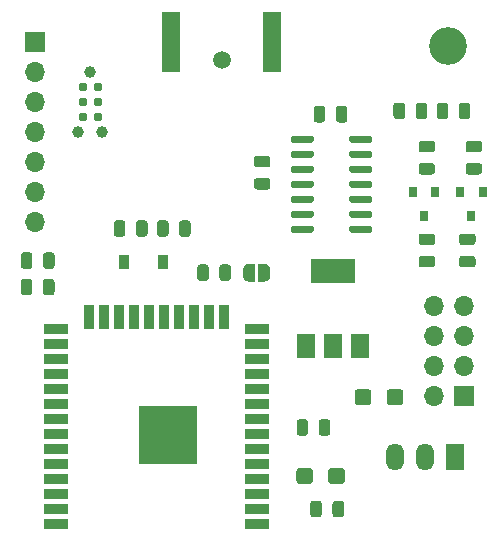
<source format=gts>
G04 #@! TF.GenerationSoftware,KiCad,Pcbnew,(5.1.9-0-10_14)*
G04 #@! TF.CreationDate,2021-01-18T10:51:13+01:00*
G04 #@! TF.ProjectId,ithowifi,6974686f-7769-4666-992e-6b696361645f,rev?*
G04 #@! TF.SameCoordinates,Original*
G04 #@! TF.FileFunction,Soldermask,Top*
G04 #@! TF.FilePolarity,Negative*
%FSLAX46Y46*%
G04 Gerber Fmt 4.6, Leading zero omitted, Abs format (unit mm)*
G04 Created by KiCad (PCBNEW (5.1.9-0-10_14)) date 2021-01-18 10:51:13*
%MOMM*%
%LPD*%
G01*
G04 APERTURE LIST*
%ADD10C,0.787400*%
%ADD11C,0.990600*%
%ADD12C,3.200000*%
%ADD13R,2.000000X0.900000*%
%ADD14R,0.900000X2.000000*%
%ADD15R,5.000000X5.000000*%
%ADD16C,0.100000*%
%ADD17C,1.500000*%
%ADD18R,1.500000X2.000000*%
%ADD19R,3.800000X2.000000*%
%ADD20O,1.700000X1.700000*%
%ADD21R,1.700000X1.700000*%
%ADD22R,0.900000X1.200000*%
%ADD23R,1.500000X5.080000*%
%ADD24R,0.800000X0.900000*%
%ADD25O,1.500000X2.300000*%
%ADD26R,1.500000X2.300000*%
G04 APERTURE END LIST*
D10*
X91033600Y-114147600D03*
X91033600Y-112877600D03*
X89763600Y-114147600D03*
X89763600Y-112877600D03*
X89763600Y-111607600D03*
X91033600Y-111607600D03*
D11*
X89382600Y-115417600D03*
X91414600Y-115417600D03*
X90398600Y-110337600D03*
D12*
X120650000Y-108127800D03*
D13*
X87477600Y-148615400D03*
X87477600Y-147345400D03*
X87477600Y-146075400D03*
X87477600Y-144805400D03*
X87477600Y-143535400D03*
X87477600Y-142265400D03*
X87477600Y-140995400D03*
X87477600Y-139725400D03*
X87477600Y-138455400D03*
X87477600Y-137185400D03*
X87477600Y-135915400D03*
X87477600Y-134645400D03*
X87477600Y-133375400D03*
X87477600Y-132105400D03*
D14*
X90262600Y-131105400D03*
X91532600Y-131105400D03*
X92802600Y-131105400D03*
X94072600Y-131105400D03*
X95342600Y-131105400D03*
X96612600Y-131105400D03*
X97882600Y-131105400D03*
X99152600Y-131105400D03*
X100422600Y-131105400D03*
X101692600Y-131105400D03*
D13*
X104477600Y-132105400D03*
X104477600Y-133375400D03*
X104477600Y-134645400D03*
X104477600Y-135915400D03*
X104477600Y-137185400D03*
X104477600Y-138455400D03*
X104477600Y-139725400D03*
X104477600Y-140995400D03*
X104477600Y-142265400D03*
X104477600Y-143535400D03*
X104477600Y-144805400D03*
X104477600Y-146075400D03*
X104477600Y-147345400D03*
X104477600Y-148615400D03*
D15*
X96977600Y-141115400D03*
D16*
G36*
X103805200Y-128104998D02*
G01*
X103780666Y-128104998D01*
X103731835Y-128100188D01*
X103683710Y-128090616D01*
X103636755Y-128076372D01*
X103591422Y-128057595D01*
X103548149Y-128034464D01*
X103507350Y-128007204D01*
X103469421Y-127976076D01*
X103434724Y-127941379D01*
X103403596Y-127903450D01*
X103376336Y-127862651D01*
X103353205Y-127819378D01*
X103334428Y-127774045D01*
X103320184Y-127727090D01*
X103310612Y-127678965D01*
X103305802Y-127630134D01*
X103305802Y-127605600D01*
X103305200Y-127605600D01*
X103305200Y-127105600D01*
X103305802Y-127105600D01*
X103305802Y-127081066D01*
X103310612Y-127032235D01*
X103320184Y-126984110D01*
X103334428Y-126937155D01*
X103353205Y-126891822D01*
X103376336Y-126848549D01*
X103403596Y-126807750D01*
X103434724Y-126769821D01*
X103469421Y-126735124D01*
X103507350Y-126703996D01*
X103548149Y-126676736D01*
X103591422Y-126653605D01*
X103636755Y-126634828D01*
X103683710Y-126620584D01*
X103731835Y-126611012D01*
X103780666Y-126606202D01*
X103805200Y-126606202D01*
X103805200Y-126605600D01*
X104305200Y-126605600D01*
X104305200Y-128105600D01*
X103805200Y-128105600D01*
X103805200Y-128104998D01*
G37*
G36*
X104605200Y-126605600D02*
G01*
X105105200Y-126605600D01*
X105105200Y-126606202D01*
X105129734Y-126606202D01*
X105178565Y-126611012D01*
X105226690Y-126620584D01*
X105273645Y-126634828D01*
X105318978Y-126653605D01*
X105362251Y-126676736D01*
X105403050Y-126703996D01*
X105440979Y-126735124D01*
X105475676Y-126769821D01*
X105506804Y-126807750D01*
X105534064Y-126848549D01*
X105557195Y-126891822D01*
X105575972Y-126937155D01*
X105590216Y-126984110D01*
X105599788Y-127032235D01*
X105604598Y-127081066D01*
X105604598Y-127105600D01*
X105605200Y-127105600D01*
X105605200Y-127605600D01*
X105604598Y-127605600D01*
X105604598Y-127630134D01*
X105599788Y-127678965D01*
X105590216Y-127727090D01*
X105575972Y-127774045D01*
X105557195Y-127819378D01*
X105534064Y-127862651D01*
X105506804Y-127903450D01*
X105475676Y-127941379D01*
X105440979Y-127976076D01*
X105403050Y-128007204D01*
X105362251Y-128034464D01*
X105318978Y-128057595D01*
X105273645Y-128076372D01*
X105226690Y-128090616D01*
X105178565Y-128100188D01*
X105129734Y-128104998D01*
X105105200Y-128104998D01*
X105105200Y-128105600D01*
X104605200Y-128105600D01*
X104605200Y-126605600D01*
G37*
G36*
G01*
X101315700Y-127811850D02*
X101315700Y-126899350D01*
G75*
G02*
X101559450Y-126655600I243750J0D01*
G01*
X102046950Y-126655600D01*
G75*
G02*
X102290700Y-126899350I0J-243750D01*
G01*
X102290700Y-127811850D01*
G75*
G02*
X102046950Y-128055600I-243750J0D01*
G01*
X101559450Y-128055600D01*
G75*
G02*
X101315700Y-127811850I0J243750D01*
G01*
G37*
G36*
G01*
X99440700Y-127811850D02*
X99440700Y-126899350D01*
G75*
G02*
X99684450Y-126655600I243750J0D01*
G01*
X100171950Y-126655600D01*
G75*
G02*
X100415700Y-126899350I0J-243750D01*
G01*
X100415700Y-127811850D01*
G75*
G02*
X100171950Y-128055600I-243750J0D01*
G01*
X99684450Y-128055600D01*
G75*
G02*
X99440700Y-127811850I0J243750D01*
G01*
G37*
G36*
G01*
X114174500Y-137471599D02*
X114174500Y-138321601D01*
G75*
G02*
X113924501Y-138571600I-249999J0D01*
G01*
X113024499Y-138571600D01*
G75*
G02*
X112774500Y-138321601I0J249999D01*
G01*
X112774500Y-137471599D01*
G75*
G02*
X113024499Y-137221600I249999J0D01*
G01*
X113924501Y-137221600D01*
G75*
G02*
X114174500Y-137471599I0J-249999D01*
G01*
G37*
G36*
G01*
X116874500Y-137471599D02*
X116874500Y-138321601D01*
G75*
G02*
X116624501Y-138571600I-249999J0D01*
G01*
X115724499Y-138571600D01*
G75*
G02*
X115474500Y-138321601I0J249999D01*
G01*
X115474500Y-137471599D01*
G75*
G02*
X115724499Y-137221600I249999J0D01*
G01*
X116624501Y-137221600D01*
G75*
G02*
X116874500Y-137471599I0J-249999D01*
G01*
G37*
G36*
G01*
X110530400Y-145001801D02*
X110530400Y-144151799D01*
G75*
G02*
X110780399Y-143901800I249999J0D01*
G01*
X111680401Y-143901800D01*
G75*
G02*
X111930400Y-144151799I0J-249999D01*
G01*
X111930400Y-145001801D01*
G75*
G02*
X111680401Y-145251800I-249999J0D01*
G01*
X110780399Y-145251800D01*
G75*
G02*
X110530400Y-145001801I0J249999D01*
G01*
G37*
G36*
G01*
X107830400Y-145001801D02*
X107830400Y-144151799D01*
G75*
G02*
X108080399Y-143901800I249999J0D01*
G01*
X108980401Y-143901800D01*
G75*
G02*
X109230400Y-144151799I0J-249999D01*
G01*
X109230400Y-145001801D01*
G75*
G02*
X108980401Y-145251800I-249999J0D01*
G01*
X108080399Y-145251800D01*
G75*
G02*
X107830400Y-145001801I0J249999D01*
G01*
G37*
D17*
X101498400Y-109347000D03*
G36*
G01*
X85475900Y-128118550D02*
X85475900Y-129031050D01*
G75*
G02*
X85232150Y-129274800I-243750J0D01*
G01*
X84744650Y-129274800D01*
G75*
G02*
X84500900Y-129031050I0J243750D01*
G01*
X84500900Y-128118550D01*
G75*
G02*
X84744650Y-127874800I243750J0D01*
G01*
X85232150Y-127874800D01*
G75*
G02*
X85475900Y-128118550I0J-243750D01*
G01*
G37*
G36*
G01*
X87350900Y-128118550D02*
X87350900Y-129031050D01*
G75*
G02*
X87107150Y-129274800I-243750J0D01*
G01*
X86619650Y-129274800D01*
G75*
G02*
X86375900Y-129031050I0J243750D01*
G01*
X86375900Y-128118550D01*
G75*
G02*
X86619650Y-127874800I243750J0D01*
G01*
X87107150Y-127874800D01*
G75*
G02*
X87350900Y-128118550I0J-243750D01*
G01*
G37*
G36*
G01*
X85475900Y-125883350D02*
X85475900Y-126795850D01*
G75*
G02*
X85232150Y-127039600I-243750J0D01*
G01*
X84744650Y-127039600D01*
G75*
G02*
X84500900Y-126795850I0J243750D01*
G01*
X84500900Y-125883350D01*
G75*
G02*
X84744650Y-125639600I243750J0D01*
G01*
X85232150Y-125639600D01*
G75*
G02*
X85475900Y-125883350I0J-243750D01*
G01*
G37*
G36*
G01*
X87350900Y-125883350D02*
X87350900Y-126795850D01*
G75*
G02*
X87107150Y-127039600I-243750J0D01*
G01*
X86619650Y-127039600D01*
G75*
G02*
X86375900Y-126795850I0J243750D01*
G01*
X86375900Y-125883350D01*
G75*
G02*
X86619650Y-125639600I243750J0D01*
G01*
X87107150Y-125639600D01*
G75*
G02*
X87350900Y-125883350I0J-243750D01*
G01*
G37*
D18*
X108647200Y-133553600D03*
X113247200Y-133553600D03*
X110947200Y-133553600D03*
D19*
X110947200Y-127253600D03*
G36*
G01*
X94249900Y-124078050D02*
X94249900Y-123165550D01*
G75*
G02*
X94493650Y-122921800I243750J0D01*
G01*
X94981150Y-122921800D01*
G75*
G02*
X95224900Y-123165550I0J-243750D01*
G01*
X95224900Y-124078050D01*
G75*
G02*
X94981150Y-124321800I-243750J0D01*
G01*
X94493650Y-124321800D01*
G75*
G02*
X94249900Y-124078050I0J243750D01*
G01*
G37*
G36*
G01*
X92374900Y-124078050D02*
X92374900Y-123165550D01*
G75*
G02*
X92618650Y-122921800I243750J0D01*
G01*
X93106150Y-122921800D01*
G75*
G02*
X93349900Y-123165550I0J-243750D01*
G01*
X93349900Y-124078050D01*
G75*
G02*
X93106150Y-124321800I-243750J0D01*
G01*
X92618650Y-124321800D01*
G75*
G02*
X92374900Y-124078050I0J243750D01*
G01*
G37*
G36*
G01*
X109720800Y-140918250D02*
X109720800Y-140005750D01*
G75*
G02*
X109964550Y-139762000I243750J0D01*
G01*
X110452050Y-139762000D01*
G75*
G02*
X110695800Y-140005750I0J-243750D01*
G01*
X110695800Y-140918250D01*
G75*
G02*
X110452050Y-141162000I-243750J0D01*
G01*
X109964550Y-141162000D01*
G75*
G02*
X109720800Y-140918250I0J243750D01*
G01*
G37*
G36*
G01*
X107845800Y-140918250D02*
X107845800Y-140005750D01*
G75*
G02*
X108089550Y-139762000I243750J0D01*
G01*
X108577050Y-139762000D01*
G75*
G02*
X108820800Y-140005750I0J-243750D01*
G01*
X108820800Y-140918250D01*
G75*
G02*
X108577050Y-141162000I-243750J0D01*
G01*
X108089550Y-141162000D01*
G75*
G02*
X107845800Y-140918250I0J243750D01*
G01*
G37*
D20*
X85725000Y-123037600D03*
X85725000Y-120497600D03*
X85725000Y-117957600D03*
X85725000Y-115417600D03*
X85725000Y-112877600D03*
X85725000Y-110337600D03*
D21*
X85725000Y-107797600D03*
D22*
X93220000Y-126415800D03*
X96520000Y-126415800D03*
G36*
G01*
X110886900Y-147827050D02*
X110886900Y-146914550D01*
G75*
G02*
X111130650Y-146670800I243750J0D01*
G01*
X111618150Y-146670800D01*
G75*
G02*
X111861900Y-146914550I0J-243750D01*
G01*
X111861900Y-147827050D01*
G75*
G02*
X111618150Y-148070800I-243750J0D01*
G01*
X111130650Y-148070800D01*
G75*
G02*
X110886900Y-147827050I0J243750D01*
G01*
G37*
G36*
G01*
X109011900Y-147827050D02*
X109011900Y-146914550D01*
G75*
G02*
X109255650Y-146670800I243750J0D01*
G01*
X109743150Y-146670800D01*
G75*
G02*
X109986900Y-146914550I0J-243750D01*
G01*
X109986900Y-147827050D01*
G75*
G02*
X109743150Y-148070800I-243750J0D01*
G01*
X109255650Y-148070800D01*
G75*
G02*
X109011900Y-147827050I0J243750D01*
G01*
G37*
G36*
G01*
X97007500Y-123165550D02*
X97007500Y-124078050D01*
G75*
G02*
X96763750Y-124321800I-243750J0D01*
G01*
X96276250Y-124321800D01*
G75*
G02*
X96032500Y-124078050I0J243750D01*
G01*
X96032500Y-123165550D01*
G75*
G02*
X96276250Y-122921800I243750J0D01*
G01*
X96763750Y-122921800D01*
G75*
G02*
X97007500Y-123165550I0J-243750D01*
G01*
G37*
G36*
G01*
X98882500Y-123165550D02*
X98882500Y-124078050D01*
G75*
G02*
X98638750Y-124321800I-243750J0D01*
G01*
X98151250Y-124321800D01*
G75*
G02*
X97907500Y-124078050I0J243750D01*
G01*
X97907500Y-123165550D01*
G75*
G02*
X98151250Y-122921800I243750J0D01*
G01*
X98638750Y-122921800D01*
G75*
G02*
X98882500Y-123165550I0J-243750D01*
G01*
G37*
D23*
X97248400Y-107848400D03*
X105748400Y-107848400D03*
G36*
G01*
X117925000Y-114121250D02*
X117925000Y-113208750D01*
G75*
G02*
X118168750Y-112965000I243750J0D01*
G01*
X118656250Y-112965000D01*
G75*
G02*
X118900000Y-113208750I0J-243750D01*
G01*
X118900000Y-114121250D01*
G75*
G02*
X118656250Y-114365000I-243750J0D01*
G01*
X118168750Y-114365000D01*
G75*
G02*
X117925000Y-114121250I0J243750D01*
G01*
G37*
G36*
G01*
X116050000Y-114121250D02*
X116050000Y-113208750D01*
G75*
G02*
X116293750Y-112965000I243750J0D01*
G01*
X116781250Y-112965000D01*
G75*
G02*
X117025000Y-113208750I0J-243750D01*
G01*
X117025000Y-114121250D01*
G75*
G02*
X116781250Y-114365000I-243750J0D01*
G01*
X116293750Y-114365000D01*
G75*
G02*
X116050000Y-114121250I0J243750D01*
G01*
G37*
G36*
G01*
X105383650Y-120320100D02*
X104471150Y-120320100D01*
G75*
G02*
X104227400Y-120076350I0J243750D01*
G01*
X104227400Y-119588850D01*
G75*
G02*
X104471150Y-119345100I243750J0D01*
G01*
X105383650Y-119345100D01*
G75*
G02*
X105627400Y-119588850I0J-243750D01*
G01*
X105627400Y-120076350D01*
G75*
G02*
X105383650Y-120320100I-243750J0D01*
G01*
G37*
G36*
G01*
X105383650Y-118445100D02*
X104471150Y-118445100D01*
G75*
G02*
X104227400Y-118201350I0J243750D01*
G01*
X104227400Y-117713850D01*
G75*
G02*
X104471150Y-117470100I243750J0D01*
G01*
X105383650Y-117470100D01*
G75*
G02*
X105627400Y-117713850I0J-243750D01*
G01*
X105627400Y-118201350D01*
G75*
G02*
X105383650Y-118445100I-243750J0D01*
G01*
G37*
G36*
G01*
X120680300Y-113208750D02*
X120680300Y-114121250D01*
G75*
G02*
X120436550Y-114365000I-243750J0D01*
G01*
X119949050Y-114365000D01*
G75*
G02*
X119705300Y-114121250I0J243750D01*
G01*
X119705300Y-113208750D01*
G75*
G02*
X119949050Y-112965000I243750J0D01*
G01*
X120436550Y-112965000D01*
G75*
G02*
X120680300Y-113208750I0J-243750D01*
G01*
G37*
G36*
G01*
X122555300Y-113208750D02*
X122555300Y-114121250D01*
G75*
G02*
X122311550Y-114365000I-243750J0D01*
G01*
X121824050Y-114365000D01*
G75*
G02*
X121580300Y-114121250I0J243750D01*
G01*
X121580300Y-113208750D01*
G75*
G02*
X121824050Y-112965000I243750J0D01*
G01*
X122311550Y-112965000D01*
G75*
G02*
X122555300Y-113208750I0J-243750D01*
G01*
G37*
G36*
G01*
X118415750Y-125926000D02*
X119328250Y-125926000D01*
G75*
G02*
X119572000Y-126169750I0J-243750D01*
G01*
X119572000Y-126657250D01*
G75*
G02*
X119328250Y-126901000I-243750J0D01*
G01*
X118415750Y-126901000D01*
G75*
G02*
X118172000Y-126657250I0J243750D01*
G01*
X118172000Y-126169750D01*
G75*
G02*
X118415750Y-125926000I243750J0D01*
G01*
G37*
G36*
G01*
X118415750Y-124051000D02*
X119328250Y-124051000D01*
G75*
G02*
X119572000Y-124294750I0J-243750D01*
G01*
X119572000Y-124782250D01*
G75*
G02*
X119328250Y-125026000I-243750J0D01*
G01*
X118415750Y-125026000D01*
G75*
G02*
X118172000Y-124782250I0J243750D01*
G01*
X118172000Y-124294750D01*
G75*
G02*
X118415750Y-124051000I243750J0D01*
G01*
G37*
G36*
G01*
X121844750Y-125926000D02*
X122757250Y-125926000D01*
G75*
G02*
X123001000Y-126169750I0J-243750D01*
G01*
X123001000Y-126657250D01*
G75*
G02*
X122757250Y-126901000I-243750J0D01*
G01*
X121844750Y-126901000D01*
G75*
G02*
X121601000Y-126657250I0J243750D01*
G01*
X121601000Y-126169750D01*
G75*
G02*
X121844750Y-125926000I243750J0D01*
G01*
G37*
G36*
G01*
X121844750Y-124051000D02*
X122757250Y-124051000D01*
G75*
G02*
X123001000Y-124294750I0J-243750D01*
G01*
X123001000Y-124782250D01*
G75*
G02*
X122757250Y-125026000I-243750J0D01*
G01*
X121844750Y-125026000D01*
G75*
G02*
X121601000Y-124782250I0J243750D01*
G01*
X121601000Y-124294750D01*
G75*
G02*
X121844750Y-124051000I243750J0D01*
G01*
G37*
G36*
G01*
X118415750Y-118074400D02*
X119328250Y-118074400D01*
G75*
G02*
X119572000Y-118318150I0J-243750D01*
G01*
X119572000Y-118805650D01*
G75*
G02*
X119328250Y-119049400I-243750J0D01*
G01*
X118415750Y-119049400D01*
G75*
G02*
X118172000Y-118805650I0J243750D01*
G01*
X118172000Y-118318150D01*
G75*
G02*
X118415750Y-118074400I243750J0D01*
G01*
G37*
G36*
G01*
X118415750Y-116199400D02*
X119328250Y-116199400D01*
G75*
G02*
X119572000Y-116443150I0J-243750D01*
G01*
X119572000Y-116930650D01*
G75*
G02*
X119328250Y-117174400I-243750J0D01*
G01*
X118415750Y-117174400D01*
G75*
G02*
X118172000Y-116930650I0J243750D01*
G01*
X118172000Y-116443150D01*
G75*
G02*
X118415750Y-116199400I243750J0D01*
G01*
G37*
G36*
G01*
X123316050Y-117174400D02*
X122403550Y-117174400D01*
G75*
G02*
X122159800Y-116930650I0J243750D01*
G01*
X122159800Y-116443150D01*
G75*
G02*
X122403550Y-116199400I243750J0D01*
G01*
X123316050Y-116199400D01*
G75*
G02*
X123559800Y-116443150I0J-243750D01*
G01*
X123559800Y-116930650D01*
G75*
G02*
X123316050Y-117174400I-243750J0D01*
G01*
G37*
G36*
G01*
X123316050Y-119049400D02*
X122403550Y-119049400D01*
G75*
G02*
X122159800Y-118805650I0J243750D01*
G01*
X122159800Y-118318150D01*
G75*
G02*
X122403550Y-118074400I243750J0D01*
G01*
X123316050Y-118074400D01*
G75*
G02*
X123559800Y-118318150I0J-243750D01*
G01*
X123559800Y-118805650D01*
G75*
G02*
X123316050Y-119049400I-243750J0D01*
G01*
G37*
G36*
G01*
X109295900Y-114400650D02*
X109295900Y-113488150D01*
G75*
G02*
X109539650Y-113244400I243750J0D01*
G01*
X110027150Y-113244400D01*
G75*
G02*
X110270900Y-113488150I0J-243750D01*
G01*
X110270900Y-114400650D01*
G75*
G02*
X110027150Y-114644400I-243750J0D01*
G01*
X109539650Y-114644400D01*
G75*
G02*
X109295900Y-114400650I0J243750D01*
G01*
G37*
G36*
G01*
X111170900Y-114400650D02*
X111170900Y-113488150D01*
G75*
G02*
X111414650Y-113244400I243750J0D01*
G01*
X111902150Y-113244400D01*
G75*
G02*
X112145900Y-113488150I0J-243750D01*
G01*
X112145900Y-114400650D01*
G75*
G02*
X111902150Y-114644400I-243750J0D01*
G01*
X111414650Y-114644400D01*
G75*
G02*
X111170900Y-114400650I0J243750D01*
G01*
G37*
D24*
X118658600Y-122539000D03*
X117708600Y-120539000D03*
X119608600Y-120539000D03*
X122656600Y-122539000D03*
X121706600Y-120539000D03*
X123606600Y-120539000D03*
G36*
G01*
X107359000Y-116202600D02*
X107359000Y-115902600D01*
G75*
G02*
X107509000Y-115752600I150000J0D01*
G01*
X109159000Y-115752600D01*
G75*
G02*
X109309000Y-115902600I0J-150000D01*
G01*
X109309000Y-116202600D01*
G75*
G02*
X109159000Y-116352600I-150000J0D01*
G01*
X107509000Y-116352600D01*
G75*
G02*
X107359000Y-116202600I0J150000D01*
G01*
G37*
G36*
G01*
X107359000Y-117472600D02*
X107359000Y-117172600D01*
G75*
G02*
X107509000Y-117022600I150000J0D01*
G01*
X109159000Y-117022600D01*
G75*
G02*
X109309000Y-117172600I0J-150000D01*
G01*
X109309000Y-117472600D01*
G75*
G02*
X109159000Y-117622600I-150000J0D01*
G01*
X107509000Y-117622600D01*
G75*
G02*
X107359000Y-117472600I0J150000D01*
G01*
G37*
G36*
G01*
X107359000Y-118742600D02*
X107359000Y-118442600D01*
G75*
G02*
X107509000Y-118292600I150000J0D01*
G01*
X109159000Y-118292600D01*
G75*
G02*
X109309000Y-118442600I0J-150000D01*
G01*
X109309000Y-118742600D01*
G75*
G02*
X109159000Y-118892600I-150000J0D01*
G01*
X107509000Y-118892600D01*
G75*
G02*
X107359000Y-118742600I0J150000D01*
G01*
G37*
G36*
G01*
X107359000Y-120012600D02*
X107359000Y-119712600D01*
G75*
G02*
X107509000Y-119562600I150000J0D01*
G01*
X109159000Y-119562600D01*
G75*
G02*
X109309000Y-119712600I0J-150000D01*
G01*
X109309000Y-120012600D01*
G75*
G02*
X109159000Y-120162600I-150000J0D01*
G01*
X107509000Y-120162600D01*
G75*
G02*
X107359000Y-120012600I0J150000D01*
G01*
G37*
G36*
G01*
X107359000Y-121282600D02*
X107359000Y-120982600D01*
G75*
G02*
X107509000Y-120832600I150000J0D01*
G01*
X109159000Y-120832600D01*
G75*
G02*
X109309000Y-120982600I0J-150000D01*
G01*
X109309000Y-121282600D01*
G75*
G02*
X109159000Y-121432600I-150000J0D01*
G01*
X107509000Y-121432600D01*
G75*
G02*
X107359000Y-121282600I0J150000D01*
G01*
G37*
G36*
G01*
X107359000Y-122552600D02*
X107359000Y-122252600D01*
G75*
G02*
X107509000Y-122102600I150000J0D01*
G01*
X109159000Y-122102600D01*
G75*
G02*
X109309000Y-122252600I0J-150000D01*
G01*
X109309000Y-122552600D01*
G75*
G02*
X109159000Y-122702600I-150000J0D01*
G01*
X107509000Y-122702600D01*
G75*
G02*
X107359000Y-122552600I0J150000D01*
G01*
G37*
G36*
G01*
X107359000Y-123822600D02*
X107359000Y-123522600D01*
G75*
G02*
X107509000Y-123372600I150000J0D01*
G01*
X109159000Y-123372600D01*
G75*
G02*
X109309000Y-123522600I0J-150000D01*
G01*
X109309000Y-123822600D01*
G75*
G02*
X109159000Y-123972600I-150000J0D01*
G01*
X107509000Y-123972600D01*
G75*
G02*
X107359000Y-123822600I0J150000D01*
G01*
G37*
G36*
G01*
X112309000Y-123822600D02*
X112309000Y-123522600D01*
G75*
G02*
X112459000Y-123372600I150000J0D01*
G01*
X114109000Y-123372600D01*
G75*
G02*
X114259000Y-123522600I0J-150000D01*
G01*
X114259000Y-123822600D01*
G75*
G02*
X114109000Y-123972600I-150000J0D01*
G01*
X112459000Y-123972600D01*
G75*
G02*
X112309000Y-123822600I0J150000D01*
G01*
G37*
G36*
G01*
X112309000Y-122552600D02*
X112309000Y-122252600D01*
G75*
G02*
X112459000Y-122102600I150000J0D01*
G01*
X114109000Y-122102600D01*
G75*
G02*
X114259000Y-122252600I0J-150000D01*
G01*
X114259000Y-122552600D01*
G75*
G02*
X114109000Y-122702600I-150000J0D01*
G01*
X112459000Y-122702600D01*
G75*
G02*
X112309000Y-122552600I0J150000D01*
G01*
G37*
G36*
G01*
X112309000Y-121282600D02*
X112309000Y-120982600D01*
G75*
G02*
X112459000Y-120832600I150000J0D01*
G01*
X114109000Y-120832600D01*
G75*
G02*
X114259000Y-120982600I0J-150000D01*
G01*
X114259000Y-121282600D01*
G75*
G02*
X114109000Y-121432600I-150000J0D01*
G01*
X112459000Y-121432600D01*
G75*
G02*
X112309000Y-121282600I0J150000D01*
G01*
G37*
G36*
G01*
X112309000Y-120012600D02*
X112309000Y-119712600D01*
G75*
G02*
X112459000Y-119562600I150000J0D01*
G01*
X114109000Y-119562600D01*
G75*
G02*
X114259000Y-119712600I0J-150000D01*
G01*
X114259000Y-120012600D01*
G75*
G02*
X114109000Y-120162600I-150000J0D01*
G01*
X112459000Y-120162600D01*
G75*
G02*
X112309000Y-120012600I0J150000D01*
G01*
G37*
G36*
G01*
X112309000Y-118742600D02*
X112309000Y-118442600D01*
G75*
G02*
X112459000Y-118292600I150000J0D01*
G01*
X114109000Y-118292600D01*
G75*
G02*
X114259000Y-118442600I0J-150000D01*
G01*
X114259000Y-118742600D01*
G75*
G02*
X114109000Y-118892600I-150000J0D01*
G01*
X112459000Y-118892600D01*
G75*
G02*
X112309000Y-118742600I0J150000D01*
G01*
G37*
G36*
G01*
X112309000Y-117472600D02*
X112309000Y-117172600D01*
G75*
G02*
X112459000Y-117022600I150000J0D01*
G01*
X114109000Y-117022600D01*
G75*
G02*
X114259000Y-117172600I0J-150000D01*
G01*
X114259000Y-117472600D01*
G75*
G02*
X114109000Y-117622600I-150000J0D01*
G01*
X112459000Y-117622600D01*
G75*
G02*
X112309000Y-117472600I0J150000D01*
G01*
G37*
G36*
G01*
X112309000Y-116202600D02*
X112309000Y-115902600D01*
G75*
G02*
X112459000Y-115752600I150000J0D01*
G01*
X114109000Y-115752600D01*
G75*
G02*
X114259000Y-115902600I0J-150000D01*
G01*
X114259000Y-116202600D01*
G75*
G02*
X114109000Y-116352600I-150000J0D01*
G01*
X112459000Y-116352600D01*
G75*
G02*
X112309000Y-116202600I0J150000D01*
G01*
G37*
D25*
X116179600Y-142951200D03*
X118719600Y-142951200D03*
D26*
X121259600Y-142951200D03*
D21*
X122047000Y-137795000D03*
D20*
X119507000Y-137795000D03*
X122047000Y-135255000D03*
X119507000Y-135255000D03*
X122047000Y-132715000D03*
X119507000Y-132715000D03*
X122047000Y-130175000D03*
X119507000Y-130175000D03*
M02*

</source>
